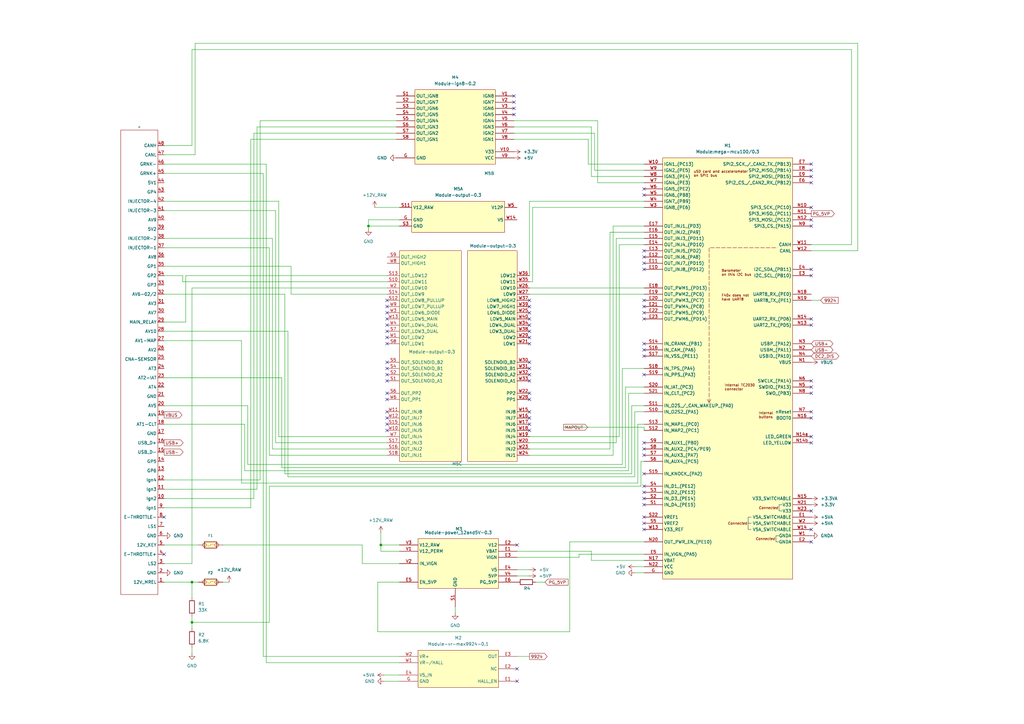
<source format=kicad_sch>
(kicad_sch (version 20250114) (generator "eeschema") (generator_version "9.0")
  (paper "A3")
  (lib_symbols
    (symbol "48pib-ljq:48pin-ljq"
      (property "Value" "~" (at 210.82 -15.24 90))
      (symbol "48pin-ljq_0_1"
        (rectangle (start 19.05 -7.62) (end 209.55 -22.86))
      )
      (symbol "48pin-ljq_1_1"
        (pin input line (at 24.13 -25.4 90) (length 2.54) (name "12V_MREL") (number "1"))
        (pin input line (at 27.94 -25.4 90) (length 2.54) (name "GND") (number "2"))
        (pin input line (at 31.75 -25.4 90) (length 2.54) (name "LS2") (number "3"))
        (pin input line (at 35.56 -25.4 90) (length 2.54) (name "E-THROTTLE+") (number "4"))
        (pin input line (at 39.37 -25.4 90) (length 2.54) (name "12V_KEY") (number "5"))
        (pin input line (at 43.18 -25.4 90) (length 2.54) (name "GND") (number "6"))
        (pin input line (at 46.99 -25.4 90) (length 2.54) (name "LS1") (number "7"))
        (pin input line (at 50.8 -25.4 90) (length 2.54) (name "E-THROTTLE-") (number "8"))
        (pin output line (at 54.61 -25.4 90) (length 2.54) (name "Ign1") (number "9"))
        (pin output line (at 58.42 -25.4 90) (length 2.54) (name "Ign2") (number "10"))
        (pin output line (at 62.23 -25.4 90) (length 2.54) (name "Ign3") (number "11"))
        (pin output line (at 66.04 -25.4 90) (length 2.54) (name "Ign4") (number "12"))
        (pin output line (at 69.85 -25.4 90) (length 2.54) (name "GP6") (number "13"))
        (pin output line (at 73.66 -25.4 90) (length 2.54) (name "GP5") (number "14"))
        (pin output line (at 77.47 -25.4 90) (length 2.54) (name "USB_D-") (number "15"))
        (pin output line (at 81.28 -25.4 90) (length 2.54) (name "USB_D+") (number "16"))
        (pin input line (at 85.09 -25.4 90) (length 2.54) (name "GND") (number "17"))
        (pin output line (at 88.9 -25.4 90) (length 2.54) (name "AT1-CLT") (number "18"))
        (pin output line (at 92.71 -25.4 90) (length 2.54) (name "AV4") (number "19"))
        (pin output line (at 96.52 -25.4 90) (length 2.54) (name "AV5") (number "20"))
        (pin input line (at 100.33 -25.4 90) (length 2.54) (name "GND") (number "21"))
        (pin input line (at 104.14 -25.4 90) (length 2.54) (name "AT4") (number "22"))
        (pin input line (at 107.95 -25.4 90) (length 2.54) (name "AT2-IAT") (number "23"))
        (pin input line (at 111.76 -25.4 90) (length 2.54) (name "AT3") (number "24"))
        (pin input line (at 115.57 -25.4 90) (length 2.54) (name "CNA-SEMSOR") (number "25"))
        (pin input line (at 119.38 -25.4 90) (length 2.54) (name "AV2") (number "26"))
        (pin input line (at 123.19 -25.4 90) (length 2.54) (name "AV1-MAP") (number "27"))
        (pin input line (at 127 -25.4 90) (length 2.54) (name "AV10") (number "28"))
        (pin input line (at 130.81 -25.4 90) (length 2.54) (name "MAIN_RELAY") (number "29"))
        (pin input line (at 134.62 -25.4 90) (length 2.54) (name "AV7") (number "30"))
        (pin input line (at 138.43 -25.4 90) (length 2.54) (name "AV3") (number "31"))
        (pin input line (at 142.24 -25.4 90) (length 2.54) (name "AV6-02/2") (number "32"))
        (pin input line (at 146.05 -25.4 90) (length 2.54) (name "GP3") (number "33"))
        (pin input line (at 149.86 -25.4 90) (length 2.54) (name "GP2") (number "34"))
        (pin input line (at 153.67 -25.4 90) (length 2.54) (name "GP1") (number "35"))
        (pin input line (at 157.48 -25.4 90) (length 2.54) (name "AV8") (number "36"))
        (pin input line (at 161.29 -25.4 90) (length 2.54) (name "INJECTOR-1") (number "37"))
        (pin input line (at 165.1 -25.4 90) (length 2.54) (name "INJECTOR-2") (number "38"))
        (pin input line (at 168.91 -25.4 90) (length 2.54) (name "5V2") (number "39"))
        (pin input line (at 172.72 -25.4 90) (length 2.54) (name "AV9") (number "40"))
        (pin input line (at 176.53 -25.4 90) (length 2.54) (name "INJECTOR-3") (number "41"))
        (pin input line (at 180.34 -25.4 90) (length 2.54) (name "INJECTOR-4") (number "42"))
        (pin input line (at 184.15 -25.4 90) (length 2.54) (name "GP4") (number "43"))
        (pin input line (at 187.96 -25.4 90) (length 2.54) (name "5V1") (number "44"))
        (pin input line (at 191.77 -25.4 90) (length 2.54) (name "GRNK+") (number "45"))
        (pin input line (at 195.58 -25.4 90) (length 2.54) (name "GRNK-") (number "46"))
        (pin input line (at 199.39 -25.4 90) (length 2.54) (name "CANL") (number "47"))
        (pin input line (at 203.2 -25.4 90) (length 2.54) (name "CANH") (number "48"))
      )
    )
    (symbol "Device:R" (pin_numbers (hide yes)) (pin_names (offset 0))
      (property "Reference" "R" (at 2.032 0 90))
      (property "Value" "R" (at 0 0 90))
      (symbol "R_0_1"
        (rectangle (start -1.016 -2.54) (end 1.016 2.54) (stroke (width 0.254)))
      )
      (symbol "R_1_1"
        (pin passive line (at 0 3.81 270) (length 1.27) (name "~") (number "1"))
        (pin passive line (at 0 -3.81 90) (length 1.27) (name "~") (number "2"))
      )
    )
    (symbol "hellen-one-common:+12V_RAW" (power) (pin_names (offset 0))
      (property "Value" "+12V_RAW" (at 0 3.556 0))
      (symbol "+12V_RAW_0_1"
        (polyline (pts (xy -0.762 1.27) (xy 0 2.54)))
        (polyline (pts (xy 0 2.54) (xy 0.762 1.27)))
        (polyline (pts (xy 0 0) (xy 0 2.54)))
      )
      (symbol "+12V_RAW_1_1"
        (pin power_in line (at 0 0 90) (length 0) (hide yes) (name "+12V_RAW") (number "1"))
      )
    )
    (symbol "hellen-one-common:Fuse-Pad-Pad" (pin_numbers (hide yes)) (pin_names (offset 0.762) (hide yes))
      (property "Reference" "F" (at 0 2.54 0))
      (symbol "Fuse-Pad-Pad_0_1"
        (circle (center -2.54 0) (radius 0.762))
        (arc (start 0 0) (mid -0.635 -0.4563) (end -1.27 0) (stroke (width 0.0005)))
        (arc (start 0 0) (mid 0.635 0.398) (end 1.27 0) (stroke (width 0.0005)))
        (circle (center 2.54 0) (radius 0.762))
        (pin passive line (at -5.08 0 0) (length 2.54) (name "1") (number "1"))
        (pin passive line (at 5.08 0 180) (length 2.54) (name "2") (number "2"))
      )
      (symbol "Fuse-Pad-Pad_1_0"
        (rectangle (start -2.54 -1.27) (end 2.54 1.27) (stroke (width 0.254)) (fill (type background)))
      )
    )
    (symbol "ign8:Module-ign8-0.2"
      (property "Reference" "M" (at 0 0 0))
      (property "Value" "Module-ign8-0.2" (at 0 0 0))
      (symbol "Module-ign8-0.2_1_0"
        (rectangle (start 33.02 0) (end 0 -30.48) (fill (type background)))
        (pin passive line (at -7.62 -2.54 0) (length 7.62) (name "VCC") (number "V9"))
        (pin passive line (at -7.62 -5.08 0) (length 7.62) (name "V33") (number "V10"))
        (pin passive line (at -7.62 -10.16 0) (length 7.62) (name "IGN1") (number "V8"))
        (pin passive line (at -7.62 -12.7 0) (length 7.62) (name "IGN2") (number "V7"))
        (pin passive line (at -7.62 -15.24 0) (length 7.62) (name "IGN3") (number "V6"))
        (pin passive line (at -7.62 -17.78 0) (length 7.62) (name "IGN4") (number "V5"))
        (pin passive line (at -7.62 -20.32 0) (length 7.62) (name "IGN5") (number "V4"))
        (pin passive line (at -7.62 -22.86 0) (length 7.62) (name "IGN6") (number "V3"))
        (pin passive line (at -7.62 -25.4 0) (length 7.62) (name "IGN7") (number "V2"))
        (pin passive line (at -7.62 -27.94 0) (length 7.62) (name "IGN8") (number "V1"))
        (pin passive line (at 40.64 -2.54 180) (length 7.62) (name "GND") (number "G"))
        (pin passive line (at 40.64 -10.16 180) (length 7.62) (name "OUT_IGN1") (number "S8"))
        (pin passive line (at 40.64 -12.7 180) (length 7.62) (name "OUT_IGN2") (number "S7"))
        (pin passive line (at 40.64 -15.24 180) (length 7.62) (name "OUT_IGN3") (number "S6"))
        (pin passive line (at 40.64 -17.78 180) (length 7.62) (name "OUT_IGN4") (number "S5"))
        (pin passive line (at 40.64 -20.32 180) (length 7.62) (name "OUT_IGN5") (number "S4"))
        (pin passive line (at 40.64 -22.86 180) (length 7.62) (name "OUT_IGN6") (number "S3"))
        (pin passive line (at 40.64 -25.4 180) (length 7.62) (name "OUT_IGN7") (number "S2"))
        (pin passive line (at 40.64 -27.94 180) (length 7.62) (name "OUT_IGN8") (number "S1"))
      )
    )
    (symbol "mega-mcu100:Module{colon}mega-mcu100/0.3"
      (property "Reference" "M100" (at 7.62 2.54 0))
      (property "Value" "Module:mega-mcu100/0.3" (at 7.62 -172.72 0))
      (symbol "Module{colon}mega-mcu100/0.3_1_0"
        (rectangle (start 7.62 2.54) (end 60.96 -170.18) (fill (type background)))
        (polyline (pts (xy 26.67 -97.79) (xy 25.908 -96.52)))
        (polyline (pts (xy 26.67 -97.79) (xy 27.432 -96.52)))
        (polyline (pts (xy 26.67 -97.79) (xy 26.67 -34.29) (xy 54.61 -34.29)) (stroke (width 0) (type dash)))
        (polyline (pts (xy 42.672 -147.32) (xy 43.942 -147.32) (xy 43.942 -147.32) (xy 43.942 -147.32)) (stroke (width 0) (color 7 55 99 1)))
        (polyline (pts (xy 43.942 -144.78) (xy 42.672 -144.78) (xy 42.672 -149.86) (xy 43.942 -149.86)) (stroke (width 0) (color 7 55 99 1)))
        (polyline (pts (xy 55.372 -152.4) (xy 54.102 -152.4) (xy 54.102 -154.94) (xy 55.372 -154.94)) (stroke (width 0) (color 7 55 99 1)))
        (polyline (pts (xy 56.642 -139.7) (xy 55.372 -139.7) (xy 55.372 -142.24) (xy 56.642 -142.24)) (stroke (width 0) (color 7 55 99 1)))
        (text "uSD card and accelerometer \non SPI1 bus" (at 20.32 -3.81 0) (effects (font (size 1.016 1.016)) (justify left)))
        (text "Barometer\non this I2C bus" (at 31.75 -44.45 0) (effects (font (size 1.016 1.016)) (justify left)))
        (text "F40x does not\nhave UART8" (at 31.75 -54.61 0) (effects (font (size 1.016 1.016)) (justify left)))
        (text "Internal TC2030\nconnector" (at 33.02 -91.44 0) (effects (font (size 1.016 1.016)) (justify left)))
        (text "Connected" (at 34.29 -147.32 0) (effects (font (size 1.016 1.016) (italic yes)) (justify left)))
        (text "Connected" (at 45.72 -153.67 0) (effects (font (size 1.016 1.016) (italic yes)) (justify left)))
        (text "Internal\nbuttons" (at 46.99 -102.87 0) (effects (font (size 1.016 1.016)) (justify left)))
        (text "Connected" (at 46.99 -140.97 0) (effects (font (size 1.016 1.016) (italic yes)) (justify left)))
        (pin passive line (at 0 0 0) (length 7.62) (name "IGN1_(PC13)") (number "W10"))
        (pin passive line (at 0 -2.54 0) (length 7.62) (name "IGN2_(PE5)") (number "W9"))
        (pin passive line (at 0 -5.08 0) (length 7.62) (name "IGN3_(PE4)") (number "W8"))
        (pin passive line (at 0 -7.62 0) (length 7.62) (name "IGN4_(PE3)") (number "W7"))
        (pin passive line (at 0 -10.16 0) (length 7.62) (name "IGN5_(PE2)") (number "W6"))
        (pin passive line (at 0 -12.7 0) (length 7.62) (name "IGN6_(PB8)") (number "W5"))
        (pin passive line (at 0 -15.24 0) (length 7.62) (name "IGN7_(PB9)") (number "W4"))
        (pin passive line (at 0 -17.78 0) (length 7.62) (name "IGN8_(PE6)") (number "W3"))
        (pin passive line (at 0 -25.4 0) (length 7.62) (name "OUT_INJ1_(PD3)") (number "E17"))
        (pin passive line (at 0 -27.94 0) (length 7.62) (name "OUT_INJ2_(PA9)") (number "E16"))
        (pin passive line (at 0 -30.48 0) (length 7.62) (name "OUT_INJ3_(PD11)") (number "E15"))
        (pin passive line (at 0 -33.02 0) (length 7.62) (name "OUT_INJ4_(PD10)") (number "E14"))
        (pin passive line (at 0 -35.56 0) (length 7.62) (name "OUT_INJ5_(PD2)") (number "E13"))
        (pin passive line (at 0 -38.1 0) (length 7.62) (name "OUT_INJ6_(PA8)") (number "E12"))
        (pin passive line (at 0 -40.64 0) (length 7.62) (name "OUT_INJ7_(PD15)") (number "E11"))
        (pin passive line (at 0 -43.18 0) (length 7.62) (name "OUT_INJ8_(PD12)") (number "E10"))
        (pin passive line (at 0 -50.8 0) (length 7.62) (name "OUT_PWM1_(PD13)") (number "E18"))
        (pin passive line (at 0 -53.34 0) (length 7.62) (name "OUT_PWM2_(PC6)") (number "E19"))
        (pin passive line (at 0 -55.88 0) (length 7.62) (name "OUT_PWM3_(PC7)") (number "E20"))
        (pin passive line (at 0 -58.42 0) (length 7.62) (name "OUT_PWM4_(PC8)") (number "E21"))
        (pin passive line (at 0 -60.96 0) (length 7.62) (name "OUT_PWM5_(PC9)") (number "E22"))
        (pin passive line (at 0 -63.5 0) (length 7.62) (name "OUT_PWM6_(PD14)") (number "E23"))
        (pin passive line (at 0 -73.66 0) (length 7.62) (name "IN_CRANK_(PB1)") (number "S14"))
        (pin passive line (at 0 -76.2 0) (length 7.62) (name "IN_CAM_(PA6)") (number "S16"))
        (pin passive line (at 0 -78.74 0) (length 7.62) (name "IN_VSS_(PE11)") (number "S17"))
        (pin passive line (at 0 -83.82 0) (length 7.62) (name "IN_TPS_(PA4)") (number "S18"))
        (pin passive line (at 0 -86.36 0) (length 7.62) (name "IN_PPS_(PA3)") (number "S19"))
        (pin passive line (at 0 -91.44 0) (length 7.62) (name "IN_IAT_(PC3)") (number "S20"))
        (pin passive line (at 0 -93.98 0) (length 7.62) (name "IN_CLT_(PC2)") (number "S21"))
        (pin passive line (at 0 -99.06 0) (length 7.62) (name "IN_O2S_/_CAN_WAKEUP_(PA0)") (number "S11"))
        (pin passive line (at 0 -101.6 0) (length 7.62) (name "IN_O2S2_(PA1)") (number "S10"))
        (pin passive line (at 0 -106.68 0) (length 7.62) (name "IN_MAP1_(PC0)") (number "S13"))
        (pin passive line (at 0 -109.22 0) (length 7.62) (name "IN_MAP2_(PC1)") (number "S12"))
        (pin passive line (at 0 -114.3 0) (length 7.62) (name "IN_AUX1_(PB0)") (number "S9"))
        (pin passive line (at 0 -116.84 0) (length 7.62) (name "IN_AUX2_(PC4/PE9)") (number "S8"))
        (pin passive line (at 0 -119.38 0) (length 7.62) (name "IN_AUX3_(PA7)") (number "S7"))
        (pin passive line (at 0 -121.92 0) (length 7.62) (name "IN_AUX4_(PC5)") (number "S6"))
        (pin passive line (at 0 -127 0) (length 7.62) (name "IN_KNOCK_(PA2)") (number "S15"))
        (pin passive line (at 0 -132.08 0) (length 7.62) (name "IN_D1_(PE12)") (number "S4"))
        (pin passive line (at 0 -134.62 0) (length 7.62) (name "IN_D2_(PE13)") (number "S3"))
        (pin passive line (at 0 -137.16 0) (length 7.62) (name "IN_D3_(PE14)") (number "S2"))
        (pin passive line (at 0 -139.7 0) (length 7.62) (name "IN_D4_(PE15)") (number "S1"))
        (pin passive line (at 0 -144.78 0) (length 7.62) (name "VREF1") (number "S22"))
        (pin passive line (at 0 -147.32 0) (length 7.62) (name "VREF2") (number "S5"))
        (pin passive line (at 0 -149.86 0) (length 7.62) (name "V33_REF") (number "W13"))
        (pin passive line (at 0 -154.94 0) (length 7.62) (name "OUT_PWR_EN_(PE10)") (number "N20"))
        (pin passive line (at 0 -160.02 0) (length 7.62) (name "IN_VIGN_(PA5)") (number "E5"))
        (pin passive line (at 0 -162.56 0) (length 7.62) (name "VBAT") (number "N17"))
        (pin passive line (at 0 -165.1 0) (length 7.62) (name "VCC") (number "N22"))
        (pin passive line (at 0 -167.64 0) (length 7.62) (name "GND") (number "G"))
        (pin passive line (at 68.58 0 180) (length 7.62) (name "SPI2_SCK_/_CAN2_TX_(PB13)") (number "E7"))
        (pin passive line (at 68.58 -2.54 180) (length 7.62) (name "SPI2_MISO_(PB14)") (number "E8"))
        (pin passive line (at 68.58 -5.08 180) (length 7.62) (name "SPI2_MOSI_(PB15)") (number "E9"))
        (pin passive line (at 68.58 -7.62 180) (length 7.62) (name "SPI2_CS_/_CAN2_RX_(PB12)") (number "E6"))
        (pin passive line (at 68.58 -17.78 180) (length 7.62) (name "SPI3_SCK_(PC10)") (number "N10"))
        (pin passive line (at 68.58 -20.32 180) (length 7.62) (name "SPI3_MISO_(PC11)") (number "N11"))
        (pin passive line (at 68.58 -22.86 180) (length 7.62) (name "SPI3_MOSI_(PC12)") (number "N12"))
        (pin passive line (at 68.58 -25.4 180) (length 7.62) (name "SPI3_CS_(PA15)") (number "N9"))
        (pin passive line (at 68.58 -33.02 180) (length 7.62) (name "CANH") (number "W11"))
        (pin passive line (at 68.58 -35.56 180) (length 7.62) (name "CANL") (number "W12"))
        (pin passive line (at 68.58 -43.18 180) (length 7.62) (name "I2C_SDA_(PB11)") (number "E4"))
        (pin passive line (at 68.58 -45.72 180) (length 7.62) (name "I2C_SCL_(PB10)") (number "E3"))
        (pin passive line (at 68.58 -53.34 180) (length 7.62) (name "UART8_RX_(PE0)") (number "N18"))
        (pin passive line (at 68.58 -55.88 180) (length 7.62) (name "UART8_TX_(PE1)") (number "N19"))
        (pin passive line (at 68.58 -63.5 180) (length 7.62) (name "UART2_RX_(PD6)") (number "N14"))
        (pin passive line (at 68.58 -66.04 180) (length 7.62) (name "UART2_TX_(PD5)") (number "N13"))
        (pin passive line (at 68.58 -73.66 180) (length 7.62) (name "USBP_(PA12)") (number "N3"))
        (pin passive line (at 68.58 -76.2 180) (length 7.62) (name "USBM_(PA11)") (number "N2"))
        (pin passive line (at 68.58 -78.74 180) (length 7.62) (name "USBID_(PA10)") (number "N4"))
        (pin passive line (at 68.58 -81.28 180) (length 7.62) (name "VBUS") (number "N1"))
        (pin passive line (at 68.58 -88.9 180) (length 7.62) (name "SWCLK_(PA14)") (number "N6"))
        (pin passive line (at 68.58 -91.44 180) (length 7.62) (name "SWDIO_(PA13)") (number "N5"))
        (pin passive line (at 68.58 -93.98 180) (length 7.62) (name "SWO_(PB3)") (number "N8"))
        (pin passive line (at 68.58 -101.6 180) (length 7.62) (name "nReset") (number "N7"))
        (pin passive line (at 68.58 -104.14 180) (length 7.62) (name "BOOT0") (number "N16"))
        (pin passive line (at 68.58 -111.76 180) (length 7.62) (name "LED_GREEN") (number "N14a"))
        (pin passive line (at 68.58 -114.3 180) (length 7.62) (name "LED_YELLOW") (number "N14b"))
        (pin passive line (at 68.58 -137.16 180) (length 7.62) (name "V33_SWITCHABLE") (number "N15"))
        (pin passive line (at 68.58 -139.7 180) (length 7.62) (name "V33") (number "N21"))
        (pin passive line (at 68.58 -142.24 180) (length 7.62) (name "V33") (number "N23"))
        (pin passive line (at 68.58 -144.78 180) (length 7.62) (name "V5A_SWITCHABLE") (number "E1"))
        (pin passive line (at 68.58 -147.32 180) (length 7.62) (name "V5A_SWITCHABLE") (number "W2"))
        (pin passive line (at 68.58 -149.86 180) (length 7.62) (name "V5A_SWITCHABLE") (number "W14"))
        (pin passive line (at 68.58 -152.4 180) (length 7.62) (name "GNDA") (number "W1"))
        (pin passive line (at 68.58 -154.94 180) (length 7.62) (name "GNDA") (number "E2"))
      )
    )
    (symbol "output:Module-output-0.3"
      (property "Reference" "M" (at 0 0 0))
      (property "Value" "Module-output-0.3" (at 0 0 0))
      (symbol "Module-output-0.3_1_0"
        (rectangle (start 38.1 0) (end 0 -12.7) (fill (type background)))
        (pin passive line (at -5.08 -2.54 0) (length 5.08) (name "V12_RAW") (number "S11"))
        (pin passive line (at -5.08 -7.62 0) (length 5.08) (name "GND") (number "G"))
        (pin passive line (at -5.08 -10.16 0) (length 5.08) (name "GND") (number "S3"))
        (pin passive line (at 43.18 -2.54 180) (length 5.08) (name "V12P") (number "W5"))
        (pin passive line (at 43.18 -7.62 180) (length 5.08) (name "V5") (number "W14"))
      )
      (symbol "Module-output-0.3_2_0"
        (rectangle (start 20.32 0) (end 0 -86.36) (fill (type background)))
        (pin passive line (at -5.08 -2.54 0) (length 5.08) (name "INJ1") (number "W24"))
        (pin passive line (at -5.08 -5.08 0) (length 5.08) (name "INJ2") (number "W23"))
        (pin passive line (at -5.08 -7.62 0) (length 5.08) (name "INJ3") (number "W20"))
        (pin passive line (at -5.08 -10.16 0) (length 5.08) (name "INJ4") (number "W19"))
        (pin passive line (at -5.08 -12.7 0) (length 5.08) (name "INJ5") (number "W18"))
        (pin passive line (at -5.08 -15.24 0) (length 5.08) (name "INJ6") (number "W17"))
        (pin passive line (at -5.08 -17.78 0) (length 5.08) (name "INJ7") (number "W16"))
        (pin passive line (at -5.08 -20.32 0) (length 5.08) (name "INJ8") (number "W15"))
        (pin passive line (at -5.08 -25.4 0) (length 5.08) (name "PP1") (number "W28"))
        (pin passive line (at -5.08 -27.94 0) (length 5.08) (name "PP2") (number "W22"))
        (pin passive line (at -5.08 -33.02 0) (length 5.08) (name "SOLENOID_A1") (number "W33"))
        (pin passive line (at -5.08 -35.56 0) (length 5.08) (name "SOLENOID_A2") (number "W32"))
        (pin passive line (at -5.08 -38.1 0) (length 5.08) (name "SOLENOID_B1") (number "W31"))
        (pin passive line (at -5.08 -40.64 0) (length 5.08) (name "SOLENOID_B2") (number "W30"))
        (pin passive line (at -5.08 -48.26 0) (length 5.08) (name "LOW1") (number "W21"))
        (pin passive line (at -5.08 -50.8 0) (length 5.08) (name "LOW2") (number "W29"))
        (pin passive line (at -5.08 -53.34 0) (length 5.08) (name "LOW3_DUAL") (number "W38"))
        (pin passive line (at -5.08 -55.88 0) (length 5.08) (name "LOW4_DUAL") (number "W34"))
        (pin passive line (at -5.08 -58.42 0) (length 5.08) (name "LOW5_MAIN") (number "W40"))
        (pin passive line (at -5.08 -60.96 0) (length 5.08) (name "LOW6_DIODE") (number "W25"))
        (pin passive line (at -5.08 -63.5 0) (length 5.08) (name "LOW7_HIGH1") (number "W39"))
        (pin passive line (at -5.08 -66.04 0) (length 5.08) (name "LOW8_HIGH2") (number "W37"))
        (pin passive line (at -5.08 -68.58 0) (length 5.08) (name "LOW9") (number "W27"))
        (pin passive line (at -5.08 -71.12 0) (length 5.08) (name "LOW10") (number "W26"))
        (pin passive line (at -5.08 -73.66 0) (length 5.08) (name "LOW11") (number "W35"))
        (pin passive line (at -5.08 -76.2 0) (length 5.08) (name "LOW12") (number "W36"))
      )
      (symbol "Module-output-0.3_3_0"
        (rectangle (start 25.4 0) (end 0 -86.36) (fill (type background)))
        (pin passive line (at 30.48 -2.54 180) (length 5.08) (name "OUT_INJ1") (number "S18"))
        (pin passive line (at 30.48 -5.08 180) (length 5.08) (name "OUT_INJ2") (number "S16"))
        (pin passive line (at 30.48 -7.62 180) (length 5.08) (name "OUT_INJ3") (number "S17"))
        (pin passive line (at 30.48 -10.16 180) (length 5.08) (name "OUT_INJ4") (number "W7"))
        (pin passive line (at 30.48 -12.7 180) (length 5.08) (name "OUT_INJ5") (number "W10"))
        (pin passive line (at 30.48 -15.24 180) (length 5.08) (name "OUT_INJ6") (number "S15"))
        (pin passive line (at 30.48 -17.78 180) (length 5.08) (name "OUT_INJ7") (number "W12"))
        (pin passive line (at 30.48 -20.32 180) (length 5.08) (name "OUT_INJ8") (number "W11"))
        (pin passive line (at 30.48 -25.4 180) (length 5.08) (name "OUT_PP1") (number "W6"))
        (pin passive line (at 30.48 -27.94 180) (length 5.08) (name "OUT_PP2") (number "S6"))
        (pin passive line (at 30.48 -33.02 180) (length 5.08) (name "OUT_SOLENOID_A1") (number "S1"))
        (pin passive line (at 30.48 -35.56 180) (length 5.08) (name "OUT_SOLENOID_A2") (number "S2"))
        (pin passive line (at 30.48 -38.1 180) (length 5.08) (name "OUT_SOLENOID_B1") (number "S4"))
        (pin passive line (at 30.48 -40.64 180) (length 5.08) (name "OUT_SOLENOID_B2") (number "S5"))
        (pin passive line (at 30.48 -48.26 180) (length 5.08) (name "OUT_LOW1") (number "S8"))
        (pin passive line (at 30.48 -50.8 180) (length 5.08) (name "OUT_LOW2") (number "W1"))
        (pin passive line (at 30.48 -53.34 180) (length 5.08) (name "OUT_LOW3_DUAL") (number "S7"))
        (pin passive line (at 30.48 -55.88 180) (length 5.08) (name "OUT_LOW4_DUAL") (number "W4"))
        (pin passive line (at 30.48 -58.42 180) (length 5.08) (name "OUT_LOW5_MAIN") (number "W13"))
        (pin passive line (at 30.48 -60.96 180) (length 5.08) (name "OUT_LOW6_DIODE") (number "W3"))
        (pin passive line (at 30.48 -63.5 180) (length 5.08) (name "OUT_LOW7_PULLUP") (number "W9"))
        (pin passive line (at 30.48 -66.04 180) (length 5.08) (name "OUT_LOW8_PULLUP") (number "S12"))
        (pin passive line (at 30.48 -68.58 180) (length 5.08) (name "OUT_LOW9") (number "S14"))
        (pin passive line (at 30.48 -71.12 180) (length 5.08) (name "OUT_LOW10") (number "W2"))
        (pin passive line (at 30.48 -73.66 180) (length 5.08) (name "OUT_LOW11") (number "S10"))
        (pin passive line (at 30.48 -76.2 180) (length 5.08) (name "OUT_LOW12") (number "S13"))
        (pin passive line (at 30.48 -81.28 180) (length 5.08) (name "OUT_HIGH1") (number "W8"))
        (pin passive line (at 30.48 -83.82 180) (length 5.08) (name "OUT_HIGH2") (number "S9"))
      )
    )
    (symbol "power:+3.3V" (power) (pin_numbers (hide yes)) (pin_names (offset 0) (hide yes))
      (property "Value" "+3.3V" (at 0 3.556 0))
      (symbol "+3.3V_0_1"
        (polyline (pts (xy -0.762 1.27) (xy 0 2.54)))
        (polyline (pts (xy 0 2.54) (xy 0.762 1.27)))
        (polyline (pts (xy 0 0) (xy 0 2.54)))
      )
      (symbol "+3.3V_1_1"
        (pin power_in line (at 0 0 90) (length 0) (name "~") (number "1"))
      )
    )
    (symbol "power:+3.3VA" (power) (pin_numbers (hide yes)) (pin_names (offset 0) (hide yes))
      (property "Value" "+3.3VA" (at 0 3.556 0))
      (symbol "+3.3VA_0_1"
        (polyline (pts (xy -0.762 1.27) (xy 0 2.54)))
        (polyline (pts (xy 0 2.54) (xy 0.762 1.27)))
        (polyline (pts (xy 0 0) (xy 0 2.54)))
      )
      (symbol "+3.3VA_1_1"
        (pin power_in line (at 0 0 90) (length 0) (name "~") (number "1"))
      )
    )
    (symbol "power:+5V" (power) (pin_numbers (hide yes)) (pin_names (offset 0) (hide yes))
      (property "Value" "+5V" (at 0 3.556 0))
      (symbol "+5V_0_1"
        (polyline (pts (xy -0.762 1.27) (xy 0 2.54)))
        (polyline (pts (xy 0 2.54) (xy 0.762 1.27)))
        (polyline (pts (xy 0 0) (xy 0 2.54)))
      )
      (symbol "+5V_1_1"
        (pin power_in line (at 0 0 90) (length 0) (name "~") (number "1"))
      )
    )
    (symbol "power:+5VA" (power) (pin_numbers (hide yes)) (pin_names (offset 0) (hide yes))
      (property "Value" "+5VA" (at 0 3.556 0))
      (symbol "+5VA_0_1"
        (polyline (pts (xy -0.762 1.27) (xy 0 2.54)))
        (polyline (pts (xy 0 2.54) (xy 0.762 1.27)))
        (polyline (pts (xy 0 0) (xy 0 2.54)))
      )
      (symbol "+5VA_1_1"
        (pin power_in line (at 0 0 90) (length 0) (name "~") (number "1"))
      )
    )
    (symbol "power:+5VP" (power) (pin_numbers (hide yes)) (pin_names (offset 0) (hide yes))
      (property "Value" "+5VP" (at 0 3.556 0))
      (symbol "+5VP_0_1"
        (polyline (pts (xy -0.762 1.27) (xy 0 2.54)))
        (polyline (pts (xy 0 2.54) (xy 0.762 1.27)))
        (polyline (pts (xy 0 0) (xy 0 2.54)))
      )
      (symbol "+5VP_1_1"
        (pin power_in line (at 0 0 90) (length 0) (name "~") (number "1"))
      )
    )
    (symbol "power:GND" (power) (pin_numbers (hide yes)) (pin_names (offset 0) (hide yes))
      (property "Value" "GND" (at 0 -3.81 0))
      (symbol "GND_0_1"
        (polyline (pts (xy 0 0) (xy 0 -1.27) (xy 1.27 -1.27) (xy 0 -2.54) (xy -1.27 -1.27) (xy 0 -1.27)))
      )
      (symbol "GND_1_1"
        (pin power_in line (at 0 0 270) (length 0) (name "~") (number "1"))
      )
    )
    (symbol "power:GNDA" (power) (pin_numbers (hide yes)) (pin_names (offset 0) (hide yes))
      (property "Value" "GNDA" (at 0 -3.81 0))
      (symbol "GNDA_0_1"
        (polyline (pts (xy 0 0) (xy 0 -1.27) (xy 1.27 -1.27) (xy 0 -2.54) (xy -1.27 -1.27) (xy 0 -1.27)))
      )
      (symbol "GNDA_1_1"
        (pin power_in line (at 0 0 270) (length 0) (name "~") (number "1"))
      )
    )
    (symbol "power:VBUS" (power) (pin_numbers (hide yes)) (pin_names (offset 0) (hide yes))
      (property "Value" "VBUS" (at 0 3.556 0))
      (symbol "VBUS_0_1"
        (polyline (pts (xy -0.762 1.27) (xy 0 2.54)))
        (polyline (pts (xy 0 2.54) (xy 0.762 1.27)))
        (polyline (pts (xy 0 0) (xy 0 2.54)))
      )
      (symbol "VBUS_1_1"
        (pin power_in line (at 0 0 90) (length 0) (name "~") (number "1"))
      )
    )
    (symbol "power_12and5V:Module-power_12and5V-0.3"
      (property "Reference" "M" (at 1.27 1.27 0))
      (property "Value" "Module-power_12and5V-0.3" (at -1.27 3.81 0))
      (symbol "Module-power_12and5V-0.3_1_0"
        (rectangle (start 33.02 0) (end 0 -20.32) (fill (type background)))
        (pin passive line (at -7.62 -2.54 0) (length 7.62) (name "V12_RAW") (number "V3"))
        (pin passive line (at -7.62 -5.08 0) (length 7.62) (name "V12_PERM") (number "V1"))
        (pin passive line (at -7.62 -10.16 0) (length 7.62) (name "IN_VIGN") (number "V2"))
        (pin passive line (at -7.62 -17.78 0) (length 7.62) (name "EN_5VP") (number "E5"))
        (pin passive line (at 15.24 -27.94 90) (length 7.62) (name "GND") (number "S1"))
        (pin passive line (at 40.64 -2.54 180) (length 7.62) (name "V12") (number "E2"))
        (pin passive line (at 40.64 -5.08 180) (length 7.62) (name "VBAT") (number "E1"))
        (pin passive line (at 40.64 -7.62 180) (length 7.62) (name "VIGN") (number "E3"))
        (pin passive line (at 40.64 -12.7 180) (length 7.62) (name "V5") (number "E4"))
        (pin passive line (at 40.64 -15.24 180) (length 7.62) (name "5VP") (number "V4"))
        (pin passive line (at 40.64 -17.78 180) (length 7.62) (name "PG_5VP") (number "E6"))
      )
    )
    (symbol "vr-max9924:Module-vr-max9924-0.1"
      (property "Reference" "M" (at 1.27 1.27 0))
      (property "Value" "Module-vr-max9924-0.1" (at 16.51 -16.51 0))
      (symbol "Module-vr-max9924-0.1_1_0"
        (rectangle (start 0 0) (end 33.02 -15.24) (fill (type background)))
        (pin passive line (at -7.62 -2.54 0) (length 7.62) (name "VR+") (number "W2"))
        (pin passive line (at -7.62 -5.08 0) (length 7.62) (name "VR-/HALL") (number "W1"))
        (pin passive line (at -7.62 -10.16 0) (length 7.62) (name "V5_IN") (number "E4"))
        (pin passive line (at -7.62 -12.7 0) (length 7.62) (name "GND") (number "G"))
        (pin passive line (at 40.64 -2.54 180) (length 7.62) (name "OUT") (number "E3"))
        (pin passive line (at 40.64 -7.62 180) (length 7.62) (name "NC") (number "E2"))
        (pin passive line (at 40.64 -12.7 180) (length 7.62) (name "HALL_EN") (number "E1"))
      )
    )
  )
  (junction (at 78.74 238.76))
  (junction (at 78.74 255.27))
  (junction (at 151.13 92.71))
  (junction (at 156.21 223.52))
  (no_connect (at 158.75 128.27))
  (no_connect (at 264.16 105.41))
  (no_connect (at 158.75 153.67))
  (no_connect (at 158.75 163.83))
  (no_connect (at 217.17 161.29))
  (no_connect (at 264.16 212.09))
  (no_connect (at 264.16 107.95))
  (no_connect (at 67.31 212.09))
  (no_connect (at 264.16 140.97))
  (no_connect (at 332.74 110.49))
  (no_connect (at 332.74 179.07))
  (no_connect (at 264.16 153.67))
  (no_connect (at 158.75 156.21))
  (no_connect (at 210.82 39.37))
  (no_connect (at 158.75 151.13))
  (no_connect (at 158.75 176.53))
  (no_connect (at 158.75 171.45))
  (no_connect (at 264.16 125.73))
  (no_connect (at 264.16 128.27))
  (no_connect (at 67.31 227.33))
  (no_connect (at 217.17 168.91))
  (no_connect (at 158.75 138.43))
  (no_connect (at 217.17 148.59))
  (no_connect (at 217.17 140.97))
  (no_connect (at 158.75 148.59))
  (no_connect (at 332.74 85.09))
  (no_connect (at 264.16 110.49))
  (no_connect (at 264.16 217.17))
  (no_connect (at 264.16 181.61))
  (no_connect (at 212.09 279.4))
  (no_connect (at 158.75 168.91))
  (no_connect (at 212.09 223.52))
  (no_connect (at 332.74 113.03))
  (no_connect (at 264.16 146.05))
  (no_connect (at 332.74 74.93))
  (no_connect (at 332.74 72.39))
  (no_connect (at 210.82 44.45))
  (no_connect (at 264.16 102.87))
  (no_connect (at 264.16 199.39))
  (no_connect (at 264.16 214.63))
  (no_connect (at 217.17 153.67))
  (no_connect (at 217.17 151.13))
  (no_connect (at 332.74 67.31))
  (no_connect (at 217.17 128.27))
  (no_connect (at 217.17 156.21))
  (no_connect (at 332.74 90.17))
  (no_connect (at 217.17 176.53))
  (no_connect (at 264.16 130.81))
  (no_connect (at 332.74 158.75))
  (no_connect (at 158.75 125.73))
  (no_connect (at 158.75 135.89))
  (no_connect (at 264.16 204.47))
  (no_connect (at 217.17 171.45))
  (no_connect (at 264.16 207.01))
  (no_connect (at 217.17 163.83))
  (no_connect (at 217.17 138.43))
  (no_connect (at 264.16 186.69))
  (no_connect (at 158.75 130.81))
  (no_connect (at 332.74 181.61))
  (no_connect (at 332.74 92.71))
  (no_connect (at 217.17 133.35))
  (no_connect (at 332.74 217.17))
  (no_connect (at 332.74 209.55))
  (no_connect (at 217.17 125.73))
  (no_connect (at 264.16 194.31))
  (no_connect (at 264.16 80.01))
  (no_connect (at 210.82 46.99))
  (no_connect (at 217.17 135.89))
  (no_connect (at 332.74 161.29))
  (no_connect (at 332.74 156.21))
  (no_connect (at 264.16 143.51))
  (no_connect (at 217.17 130.81))
  (no_connect (at 332.74 133.35))
  (no_connect (at 158.75 133.35))
  (no_connect (at 332.74 69.85))
  (no_connect (at 264.16 184.15))
  (no_connect (at 264.16 201.93))
  (no_connect (at 332.74 222.25))
  (no_connect (at 158.75 140.97))
  (no_connect (at 212.09 274.32))
  (no_connect (at 332.74 130.81))
  (no_connect (at 264.16 77.47))
  (no_connect (at 158.75 161.29))
  (no_connect (at 332.74 168.91))
  (no_connect (at 158.75 173.99))
  (no_connect (at 210.82 41.91))
  (no_connect (at 158.75 123.19))
  (no_connect (at 217.17 173.99))
  (no_connect (at 264.16 123.19))
  (no_connect (at 217.17 123.19))
  (no_connect (at 332.74 171.45))
  (wire (pts (xy 113.03 86.36) (xy 67.31 86.36)))
  (wire (pts (xy 243.84 54.61) (xy 243.84 69.85)))
  (wire (pts (xy 332.74 102.87) (xy 351.79 102.87)))
  (wire (pts (xy 351.79 17.78) (xy 80.01 17.78)))
  (wire (pts (xy 158.75 181.61) (xy 113.03 181.61)))
  (wire (pts (xy 257.81 161.29) (xy 257.81 193.04)))
  (wire (pts (xy 233.68 259.08) (xy 154.94 259.08)))
  (wire (pts (xy 256.54 191.77) (xy 115.57 191.77)))
  (wire (pts (xy 67.31 223.52) (xy 81.28 223.52)))
  (wire (pts (xy 264.16 158.75) (xy 256.54 158.75)))
  (wire (pts (xy 158.75 118.11) (xy 78.74 118.11)))
  (wire (pts (xy 264.16 229.87) (xy 242.57 229.87)))
  (wire (pts (xy 255.27 151.13) (xy 264.16 151.13)))
  (wire (pts (xy 349.25 20.32) (xy 349.25 100.33)))
  (wire (pts (xy 151.13 90.17) (xy 151.13 92.71)))
  (wire (pts (xy 162.56 57.15) (xy 102.87 57.15)))
  (wire (pts (xy 118.11 195.58) (xy 260.35 195.58)))
  (wire (pts (xy 110.49 101.6) (xy 67.31 101.6)))
  (wire (pts (xy 264.16 82.55) (xy 217.17 82.55)))
  (wire (pts (xy 67.31 238.76) (xy 78.74 238.76)))
  (wire (pts (xy 255.27 190.5) (xy 255.27 151.13)))
  (wire (pts (xy 217.17 120.65) (xy 264.16 120.65)))
  (wire (pts (xy 157.48 276.86) (xy 163.83 276.86)))
  (wire (pts (xy 217.17 82.55) (xy 217.17 113.03)))
  (wire (pts (xy 110.49 199.39) (xy 262.89 199.39)))
  (wire (pts (xy 156.21 226.06) (xy 156.21 223.52)))
  (wire (pts (xy 148.59 223.52) (xy 148.59 231.14)))
  (wire (pts (xy 119.38 109.22) (xy 67.31 109.22)))
  (wire (pts (xy 154.94 259.08) (xy 154.94 238.76)))
  (wire (pts (xy 67.31 97.79) (xy 111.76 97.79)))
  (wire (pts (xy 113.03 181.61) (xy 113.03 86.36)))
  (wire (pts (xy 252.73 181.61) (xy 252.73 97.79)))
  (wire (pts (xy 259.08 194.31) (xy 259.08 166.37)))
  (wire (pts (xy 162.56 54.61) (xy 104.14 54.61)))
  (wire (pts (xy 67.31 71.12) (xy 107.95 71.12)))
  (wire (pts (xy 67.31 135.89) (xy 118.11 135.89)))
  (wire (pts (xy 163.83 271.78) (xy 109.22 271.78)))
  (wire (pts (xy 250.19 184.15) (xy 250.19 95.25)))
  (wire (pts (xy 76.2 132.08) (xy 67.31 132.08)))
  (wire (pts (xy 74.93 115.57) (xy 74.93 113.03)))
  (wire (pts (xy 242.57 52.07) (xy 242.57 72.39)))
  (wire (pts (xy 219.71 238.76) (xy 223.52 238.76)))
  (wire (pts (xy 264.16 161.29) (xy 257.81 161.29)))
  (wire (pts (xy 212.09 233.68) (xy 217.17 233.68)))
  (wire (pts (xy 237.49 228.6) (xy 212.09 228.6)))
  (wire (pts (xy 158.75 113.03) (xy 76.2 113.03)))
  (wire (pts (xy 212.09 269.24) (xy 217.17 269.24)))
  (wire (pts (xy 148.59 231.14) (xy 163.83 231.14)))
  (wire (pts (xy 76.2 113.03) (xy 76.2 132.08)))
  (wire (pts (xy 217.17 181.61) (xy 252.73 181.61)))
  (wire (pts (xy 151.13 92.71) (xy 151.13 93.98)))
  (wire (pts (xy 186.69 248.92) (xy 186.69 251.46)))
  (wire (pts (xy 102.87 208.28) (xy 67.31 208.28)))
  (wire (pts (xy 264.16 173.99) (xy 261.62 173.99)))
  (wire (pts (xy 116.84 120.65) (xy 116.84 194.31)))
  (wire (pts (xy 80.01 63.5) (xy 67.31 63.5)))
  (wire (pts (xy 115.57 191.77) (xy 115.57 154.94)))
  (wire (pts (xy 231.14 175.26) (xy 264.16 175.26)))
  (wire (pts (xy 217.17 184.15) (xy 250.19 184.15)))
  (wire (pts (xy 256.54 158.75) (xy 256.54 191.77)))
  (wire (pts (xy 78.74 59.69) (xy 78.74 20.32)))
  (wire (pts (xy 110.49 255.27) (xy 110.49 199.39)))
  (wire (pts (xy 349.25 100.33) (xy 332.74 100.33)))
  (wire (pts (xy 105.41 52.07) (xy 162.56 52.07)))
  (wire (pts (xy 114.3 179.07) (xy 158.75 179.07)))
  (wire (pts (xy 110.49 186.69) (xy 110.49 101.6)))
  (wire (pts (xy 242.57 72.39) (xy 264.16 72.39)))
  (wire (pts (xy 260.35 232.41) (xy 264.16 232.41)))
  (wire (pts (xy 67.31 166.37) (xy 101.6 166.37)))
  (wire (pts (xy 67.31 120.65) (xy 116.84 120.65)))
  (wire (pts (xy 115.57 154.94) (xy 67.31 154.94)))
  (wire (pts (xy 99.06 198.12) (xy 99.06 139.7)))
  (wire (pts (xy 163.83 223.52) (xy 156.21 223.52)))
  (wire (pts (xy 251.46 186.69) (xy 251.46 92.71)))
  (wire (pts (xy 78.74 20.32) (xy 349.25 20.32)))
  (wire (pts (xy 158.75 186.69) (xy 110.49 186.69)))
  (wire (pts (xy 163.83 90.17) (xy 151.13 90.17)))
  (wire (pts (xy 100.33 173.99) (xy 67.31 173.99)))
  (wire (pts (xy 218.44 85.09) (xy 218.44 115.57)))
  (wire (pts (xy 67.31 200.66) (xy 105.41 200.66)))
  (wire (pts (xy 111.76 184.15) (xy 158.75 184.15)))
  (wire (pts (xy 119.38 120.65) (xy 119.38 109.22)))
  (wire (pts (xy 261.62 173.99) (xy 261.62 198.12)))
  (wire (pts (xy 78.74 255.27) (xy 110.49 255.27)))
  (wire (pts (xy 109.22 271.78) (xy 109.22 67.31)))
  (wire (pts (xy 212.09 236.22) (xy 217.17 236.22)))
  (wire (pts (xy 260.35 168.91) (xy 264.16 168.91)))
  (wire (pts (xy 78.74 231.14) (xy 67.31 231.14)))
  (wire (pts (xy 107.95 269.24) (xy 163.83 269.24)))
  (wire (pts (xy 78.74 238.76) (xy 81.28 238.76)))
  (wire (pts (xy 102.87 57.15) (xy 102.87 208.28)))
  (wire (pts (xy 218.44 115.57) (xy 217.17 115.57)))
  (wire (pts (xy 80.01 17.78) (xy 80.01 63.5)))
  (wire (pts (xy 109.22 67.31) (xy 67.31 67.31)))
  (wire (pts (xy 252.73 97.79) (xy 264.16 97.79)))
  (wire (pts (xy 154.94 238.76) (xy 163.83 238.76)))
  (wire (pts (xy 242.57 226.06) (xy 212.09 226.06)))
  (wire (pts (xy 262.89 189.23) (xy 264.16 189.23)))
  (wire (pts (xy 233.68 222.25) (xy 233.68 259.08)))
  (wire (pts (xy 78.74 252.73) (xy 78.74 255.27)))
  (wire (pts (xy 264.16 227.33) (xy 237.49 227.33)))
  (wire (pts (xy 74.93 113.03) (xy 67.31 113.03)))
  (wire (pts (xy 101.6 190.5) (xy 255.27 190.5)))
  (wire (pts (xy 260.35 195.58) (xy 260.35 168.91)))
  (wire (pts (xy 99.06 139.7) (xy 67.31 139.7)))
  (wire (pts (xy 261.62 198.12) (xy 99.06 198.12)))
  (wire (pts (xy 250.19 95.25) (xy 264.16 95.25)))
  (wire (pts (xy 156.21 223.52) (xy 156.21 218.44)))
  (wire (pts (xy 351.79 102.87) (xy 351.79 17.78)))
  (wire (pts (xy 111.76 97.79) (xy 111.76 184.15)))
  (wire (pts (xy 78.74 118.11) (xy 78.74 231.14)))
  (wire (pts (xy 241.3 67.31) (xy 241.3 57.15)))
  (wire (pts (xy 257.81 193.04) (xy 100.33 193.04)))
  (wire (pts (xy 242.57 229.87) (xy 242.57 226.06)))
  (wire (pts (xy 67.31 82.55) (xy 114.3 82.55)))
  (wire (pts (xy 210.82 52.07) (xy 242.57 52.07)))
  (wire (pts (xy 67.31 59.69) (xy 78.74 59.69)))
  (wire (pts (xy 237.49 227.33) (xy 237.49 228.6)))
  (wire (pts (xy 100.33 193.04) (xy 100.33 173.99)))
  (wire (pts (xy 243.84 69.85) (xy 264.16 69.85)))
  (wire (pts (xy 116.84 194.31) (xy 259.08 194.31)))
  (wire (pts (xy 78.74 255.27) (xy 78.74 257.81)))
  (wire (pts (xy 158.75 115.57) (xy 74.93 115.57)))
  (wire (pts (xy 91.44 223.52) (xy 148.59 223.52)))
  (wire (pts (xy 157.48 279.4) (xy 163.83 279.4)))
  (wire (pts (xy 241.3 57.15) (xy 210.82 57.15)))
  (wire (pts (xy 241.3 67.31) (xy 264.16 67.31)))
  (wire (pts (xy 78.74 265.43) (xy 78.74 267.97)))
  (wire (pts (xy 262.89 199.39) (xy 262.89 189.23)))
  (wire (pts (xy 118.11 135.89) (xy 118.11 195.58)))
  (wire (pts (xy 217.17 186.69) (xy 251.46 186.69)))
  (wire (pts (xy 163.83 92.71) (xy 151.13 92.71)))
  (wire (pts (xy 245.11 49.53) (xy 245.11 74.93)))
  (wire (pts (xy 259.08 166.37) (xy 264.16 166.37)))
  (wire (pts (xy 162.56 49.53) (xy 106.68 49.53)))
  (wire (pts (xy 104.14 204.47) (xy 67.31 204.47)))
  (wire (pts (xy 264.16 222.25) (xy 233.68 222.25)))
  (wire (pts (xy 264.16 100.33) (xy 254 100.33)))
  (wire (pts (xy 153.67 85.09) (xy 163.83 85.09)))
  (wire (pts (xy 107.95 71.12) (xy 107.95 269.24)))
  (wire (pts (xy 254 100.33) (xy 254 179.07)))
  (wire (pts (xy 91.44 238.76) (xy 93.98 238.76)))
  (wire (pts (xy 106.68 49.53) (xy 106.68 196.85)))
  (wire (pts (xy 163.83 226.06) (xy 156.21 226.06)))
  (wire (pts (xy 217.17 118.11) (xy 264.16 118.11)))
  (wire (pts (xy 101.6 166.37) (xy 101.6 190.5)))
  (wire (pts (xy 78.74 238.76) (xy 78.74 245.11)))
  (wire (pts (xy 106.68 196.85) (xy 67.31 196.85)))
  (wire (pts (xy 251.46 92.71) (xy 264.16 92.71)))
  (wire (pts (xy 254 179.07) (xy 217.17 179.07)))
  (wire (pts (xy 210.82 49.53) (xy 245.11 49.53)))
  (wire (pts (xy 210.82 54.61) (xy 243.84 54.61)))
  (wire (pts (xy 260.35 234.95) (xy 264.16 234.95)))
  (wire (pts (xy 105.41 200.66) (xy 105.41 52.07)))
  (wire (pts (xy 158.75 120.65) (xy 119.38 120.65)))
  (wire (pts (xy 264.16 85.09) (xy 218.44 85.09)))
  (wire (pts (xy 114.3 82.55) (xy 114.3 179.07)))
  (wire (pts (xy 104.14 54.61) (xy 104.14 204.47)))
  (wire (pts (xy 336.55 123.19) (xy 332.74 123.19)))
  (wire (pts (xy 264.16 175.26) (xy 264.16 176.53)))
  (wire (pts (xy 245.11 74.93) (xy 264.16 74.93)))
  (global_label "MAPOUT" (shape output) (at 231.14 175.26 0) (property "Intersheetrefs" "${INTERSHEET_REFS}" (effects (hide yes))))
  (global_label "DC2_DIS" (shape bidirectional) (at 332.74 146.05 0) (property "Intersheetrefs" "${INTERSHEET_REFS}" (effects (hide yes))))
  (global_label "9924" (shape output) (at 217.17 269.24 0) (property "Intersheetrefs" "${INTERSHEET_REFS}" (effects (hide yes))))
  (global_label "PG_5VP" (shape output) (at 332.74 87.63 0) (property "Intersheetrefs" "${INTERSHEET_REFS}" (effects (hide yes))))
  (global_label "PG_5VP" (shape input) (at 223.52 238.76 0) (property "Intersheetrefs" "${INTERSHEET_REFS}" (effects (hide yes))))
  (global_label "USB-" (shape bidirectional) (at 332.74 143.51 0) (property "Intersheetrefs" "${INTERSHEET_REFS}" (effects (hide yes))))
  (global_label "USB-" (shape output) (at 67.31 185.42 0) (property "Intersheetrefs" "${INTERSHEET_REFS}" (effects (hide yes))))
  (global_label "USB+" (shape output) (at 67.31 181.61 0) (property "Intersheetrefs" "${INTERSHEET_REFS}" (effects (hide yes))))
  (global_label "9924" (shape input) (at 336.55 123.19 0) (property "Intersheetrefs" "${INTERSHEET_REFS}" (effects (hide yes))))
  (global_label "USB+" (shape bidirectional) (at 332.74 140.97 0) (property "Intersheetrefs" "${INTERSHEET_REFS}" (effects (hide yes))))
  (global_label "VBUS" (shape output) (at 67.31 170.18 0) (property "Intersheetrefs" "${INTERSHEET_REFS}" (effects (hide yes))))
  (symbol (lib_id "power:+5VP") (at 217.17 236.22 270) (unit 1)
    (property "Reference" "#PWR05" (effects (hide yes)))
    (property "Value" "+5VP" (at 220.98 236.2199 90) (effects (justify left)))
    (property "Description" "Power symbol creates a global label with name \"+5VP\"" (effects (hide yes)))
  )
  (symbol (lib_id "hellen-one-common:+12V_RAW") (at 156.21 218.44 0) (unit 1)
    (property "Reference" "#PWR06" (effects (hide yes)))
    (property "Value" "+12V_RAW" (at 156.21 213.36 0))
    (property "Description" "Power symbol creates a global label with name \"+12V_RAW\"" (effects (hide yes)))
  )
  (symbol (lib_id "power:GND") (at 157.48 279.4 270) (unit 1)
    (property "Reference" "#PWR01" (effects (hide yes)))
    (property "Value" "GND" (at 153.67 279.3999 90) (effects (justify right)))
    (property "Description" "Power symbol creates a global label with name \"GND\" , ground" (effects (hide yes)))
  )
  (symbol (lib_id "power:GND") (at 186.69 251.46 0) (unit 1)
    (property "Reference" "#PWR03" (effects (hide yes)))
    (property "Value" "GND" (at 186.69 256.54 0))
    (property "Description" "Power symbol creates a global label with name \"GND\" , ground" (effects (hide yes)))
  )
  (symbol (lib_id "power:+5V") (at 260.35 232.41 90) (unit 1)
    (property "Reference" "#PWR018" (effects (hide yes)))
    (property "Value" "+5V" (at 256.54 232.4099 90) (effects (justify left)))
    (property "Description" "Power symbol creates a global label with name \"+5V\"" (effects (hide yes)))
  )
  (symbol (lib_id "power:GND") (at 260.35 234.95 270) (unit 1)
    (property "Reference" "#PWR019" (effects (hide yes)))
    (property "Value" "GND" (at 256.54 234.9499 90) (effects (justify right)))
    (property "Description" "Power symbol creates a global label with name \"GND\" , ground" (effects (hide yes)))
  )
  (symbol (lib_id "power:GND") (at 67.31 219.71 90) (unit 1)
    (property "Reference" "#PWR023" (effects (hide yes)))
    (property "Value" "GND" (at 71.12 219.7099 90) (effects (justify right)))
    (property "Description" "Power symbol creates a global label with name \"GND\" , ground" (effects (hide yes)))
  )
  (symbol (lib_id "48pib-ljq:48pin-ljq") (at 41.91 262.89 90) (unit 1)
    (property "Reference" "molex_48PIN_MER1" (effects (hide yes)))
    (property "Value" "~" (at 57.15 52.07 90))
    (property "Footprint" "48pin-ljq:48PIN-ljq" (effects (hide yes)))
  )
  (symbol (lib_id "power:GNDA") (at 332.74 219.71 90) (unit 1)
    (property "Reference" "#PWR011" (effects (hide yes)))
    (property "Value" "GNDA" (at 336.55 219.7099 90) (effects (justify right)))
    (property "Description" "Power symbol creates a global label with name \"GNDA\" , analog ground" (effects (hide yes)))
  )
  (symbol (lib_id "output:Module-output-0.3") (at 189.23 189.23 180) (unit 3)
    (property "Reference" "M5" (at 185.42 190.246 0) (effects (justify right)))
    (property "Value" "Module-output-0.3" (at 167.64 144.272 0) (effects (justify right)))
    (property "Footprint" "output:output" (effects (hide yes)))
    (property "Description" "Hellen-One Outputs Module" (effects (hide yes)))
  )
  (symbol (lib_id "power:+5VA") (at 157.48 276.86 90) (unit 1)
    (property "Reference" "#PWR02" (effects (hide yes)))
    (property "Value" "+5VA" (at 153.67 276.8599 90) (effects (justify left)))
    (property "Description" "Power symbol creates a global label with name \"+5VA\"" (effects (hide yes)))
  )
  (symbol (lib_id "power:GND") (at 78.74 267.97 0) (unit 1)
    (property "Reference" "#PWR016" (effects (hide yes)))
    (property "Value" "GND" (at 78.74 273.05 0))
    (property "Description" "Power symbol creates a global label with name \"GND\" , ground" (effects (hide yes)))
  )
  (symbol (lib_id "output:Module-output-0.3") (at 168.91 82.55 0) (unit 1)
    (property "Reference" "M5" (at 187.96 77.47 0))
    (property "Value" "Module-output-0.3" (at 187.96 80.01 0))
    (property "Footprint" "output:output" (effects (hide yes)))
    (property "Description" "Hellen-One Outputs Module" (effects (hide yes)))
  )
  (symbol (lib_id "power:+3.3V") (at 332.74 207.01 270) (unit 1)
    (property "Reference" "#PWR08" (effects (hide yes)))
    (property "Value" "+3.3V" (at 336.55 207.0099 90) (effects (justify left)))
    (property "Description" "Power symbol creates a global label with name \"+3.3V\"" (effects (hide yes)))
  )
  (symbol (lib_id "power:+5VA") (at 332.74 214.63 270) (unit 1)
    (property "Reference" "#PWR010" (effects (hide yes)))
    (property "Value" "+5VA" (at 336.55 214.6299 90) (effects (justify left)))
    (property "Description" "Power symbol creates a global label with name \"+5VA\"" (effects (hide yes)))
  )
  (symbol (lib_id "output:Module-output-0.3") (at 212.09 189.23 180) (unit 2)
    (property "Reference" "M5" (at 200.66 71.12 0))
    (property "Value" "Module-output-0.3" (at 202.184 100.838 0))
    (property "Footprint" "output:output" (effects (hide yes)))
    (property "Description" "Hellen-One Outputs Module" (effects (hide yes)))
  )
  (symbol (lib_id "power:GND") (at 151.13 93.98 0) (unit 1)
    (property "Reference" "#PWR020" (effects (hide yes)))
    (property "Value" "GND" (at 151.13 99.06 0))
    (property "Description" "Power symbol creates a global label with name \"GND\" , ground" (effects (hide yes)))
  )
  (symbol (lib_id "ign8:Module-ign8-0.2") (at 203.2 67.31 180) (unit 1)
    (property "Reference" "M4" (at 186.69 31.75 0))
    (property "Value" "Module-ign8-0.2" (at 186.69 34.29 0))
    (property "Footprint" "ign8:ign8" (effects (hide yes)))
    (property "Description" "Hellen-One 8-ch Ignition Module" (effects (hide yes)))
  )
  (symbol (lib_id "power:GND") (at 162.56 64.77 270) (unit 1)
    (property "Reference" "#PWR013" (effects (hide yes)))
    (property "Value" "GND" (at 158.75 64.7699 90) (effects (justify right)))
    (property "Description" "Power symbol creates a global label with name \"GND\" , ground" (effects (hide yes)))
  )
  (symbol (lib_id "power:GND") (at 67.31 234.95 90) (unit 1)
    (property "Reference" "#PWR022" (effects (hide yes)))
    (property "Value" "GND" (at 71.12 234.9499 90) (effects (justify right)))
    (property "Description" "Power symbol creates a global label with name \"GND\" , ground" (effects (hide yes)))
  )
  (symbol (lib_id "hellen-one-common:+12V_RAW") (at 153.67 85.09 0) (unit 1)
    (property "Reference" "#PWR021" (effects (hide yes)))
    (property "Value" "+12V_RAW" (at 153.67 80.01 0))
    (property "Description" "Power symbol creates a global label with name \"+12V_RAW\"" (effects (hide yes)))
  )
  (symbol (lib_id "vr-max9924:Module-vr-max9924-0.1") (at 171.45 266.7 0) (unit 1)
    (property "Reference" "M2" (at 187.96 261.62 0))
    (property "Value" "Module-vr-max9924-0.1" (at 187.96 264.16 0))
    (property "Footprint" "vx:vr-max9924" (effects (hide yes)))
  )
  (symbol (lib_id "power:+3.3VA") (at 332.74 204.47 270) (unit 1)
    (property "Reference" "#PWR07" (effects (hide yes)))
    (property "Value" "+3.3VA" (at 336.55 204.4699 90) (effects (justify left)))
    (property "Description" "Power symbol creates a global label with name \"+3.3VA\"" (effects (hide yes)))
  )
  (symbol (lib_id "mega-mcu100:Module{colon}mega-mcu100/0.3") (at 264.16 67.31 0) (unit 1)
    (property "Reference" "M1" (at 298.45 59.69 0))
    (property "Value" "Module:mega-mcu100/0.3" (at 298.45 62.23 0))
    (property "Footprint" "0.3:mega-mcu100" (effects (hide yes)))
    (property "Description" "Hellen One MEGA-MCU100 Module" (effects (hide yes)))
    (property "PUBLISHER" "qwerty-off" (effects (hide yes)))
    (property "SUPPLIER PART NUMBER 1" "*" (effects (hide yes)))
    (property "SUPPLIER PART NUMBER 2" "*" (effects (hide yes)))
    (property "SUPPLIER 1" "Mouser" (effects (hide yes)))
    (property "SUPPLIER 2" "Digi-Key" (effects (hide yes)))
    (property "FITTED" "False" (effects (hide yes)))
    (property "SUPPLIER 3" "LCSC" (effects (hide yes)))
    (property "TYPE" "Module" (effects (hide yes)))
  )
  (symbol (lib_id "power:+5V") (at 210.82 64.77 270) (unit 1)
    (property "Reference" "#PWR015" (effects (hide yes)))
    (property "Value" "+5V" (at 214.63 64.7699 90) (effects (justify left)))
    (property "Description" "Power symbol creates a global label with name \"+5V\"" (effects (hide yes)))
  )
  (symbol (lib_id "power_12and5V:Module-power_12and5V-0.3") (at 171.45 220.98 0) (unit 1)
    (property "Reference" "M3" (at 188.214 216.916 0))
    (property "Value" "Module-power_12and5V-0.3" (at 187.96 218.44 0))
    (property "Footprint" "power-12and5:power_12and5V" (effects (hide yes)))
    (property "Description" "Hellen-One Power_12and5V Module" (effects (hide yes)))
  )
  (symbol (lib_id "hellen-one-common:Fuse-Pad-Pad") (at 86.36 238.76 0) (unit 1)
    (property "Reference" "F2" (at 86.36 234.95 0) (effects (font (size 1.016 1.016))))
    (property "Value" "Fuse-Pad-Pad" (effects (hide yes)))
    (property "Footprint" "Capacitor_SMD:C_1206_3216Metric" (effects (hide yes)))
    (property "Description" "12H1500D" (effects (hide yes)))
    (property "LCSC" "C182446" (effects (hide yes)))
  )
  (symbol (lib_id "Device:R") (at 215.9 238.76 90) (unit 1)
    (property "Reference" "R4" (at 216.154 241.3 90))
    (property "Value" "R" (effects (hide yes)))
    (property "Footprint" "Resistor_SMD:R_0603_1608Metric" (effects (hide yes)))
    (property "Description" "Resistor" (effects (hide yes)))
  )
  (symbol (lib_id "Device:R") (at 78.74 248.92 0) (unit 1)
    (property "Reference" "R1" (at 81.28 247.6499 0) (effects (justify left)))
    (property "Value" "33K" (at 81.28 250.1899 0) (effects (justify left)))
    (property "Footprint" "Resistor_SMD:R_0603_1608Metric" (effects (hide yes)))
    (property "Description" "Resistor" (effects (hide yes)))
  )
  (symbol (lib_id "hellen-one-common:+12V_RAW") (at 93.98 238.76 0) (unit 1)
    (property "Reference" "#PWR017" (effects (hide yes)))
    (property "Value" "+12V_RAW" (at 93.98 233.68 0))
    (property "Description" "Power symbol creates a global label with name \"+12V_RAW\"" (effects (hide yes)))
  )
  (symbol (lib_id "power:+5VA") (at 332.74 212.09 270) (unit 1)
    (property "Reference" "#PWR09" (effects (hide yes)))
    (property "Value" "+5VA" (at 336.55 212.0899 90) (effects (justify left)))
    (property "Description" "Power symbol creates a global label with name \"+5VA\"" (effects (hide yes)))
  )
  (symbol (lib_id "hellen-one-common:Fuse-Pad-Pad") (at 86.36 223.52 0) (unit 1)
    (property "Reference" "F1" (at 86.36 219.71 0) (effects (font (size 1.016 1.016))))
    (property "Value" "Fuse-Pad-Pad" (effects (hide yes)))
    (property "Footprint" "Capacitor_SMD:C_1206_3216Metric" (effects (hide yes)))
    (property "Description" "12H1500D" (effects (hide yes)))
    (property "LCSC" "C182446" (effects (hide yes)))
  )
  (symbol (lib_id "power:+3.3V") (at 210.82 62.23 270) (unit 1)
    (property "Reference" "#PWR014" (effects (hide yes)))
    (property "Value" "+3.3V" (at 214.63 62.2299 90) (effects (justify left)))
    (property "Description" "Power symbol creates a global label with name \"+3.3V\"" (effects (hide yes)))
  )
  (symbol (lib_id "power:VBUS") (at 332.74 148.59 270) (unit 1)
    (property "Reference" "#PWR012" (effects (hide yes)))
    (property "Value" "VBUS" (at 336.55 148.5899 90) (effects (justify left)))
    (property "Description" "Power symbol creates a global label with name \"VBUS\"" (effects (hide yes)))
  )
  (symbol (lib_id "Device:R") (at 78.74 261.62 0) (unit 1)
    (property "Reference" "R2" (at 81.28 260.3499 0) (effects (justify left)))
    (property "Value" "6.8K" (at 81.28 262.8899 0) (effects (justify left)))
    (property "Footprint" "Resistor_SMD:R_0603_1608Metric" (effects (hide yes)))
    (property "Description" "Resistor" (effects (hide yes)))
  )
  (symbol (lib_id "power:+5V") (at 217.17 233.68 270) (unit 1)
    (property "Reference" "#PWR04" (effects (hide yes)))
    (property "Value" "+5V" (at 220.98 233.6799 90) (effects (justify left)))
    (property "Description" "Power symbol creates a global label with name \"+5V\"" (effects (hide yes)))
  )
)
</source>
